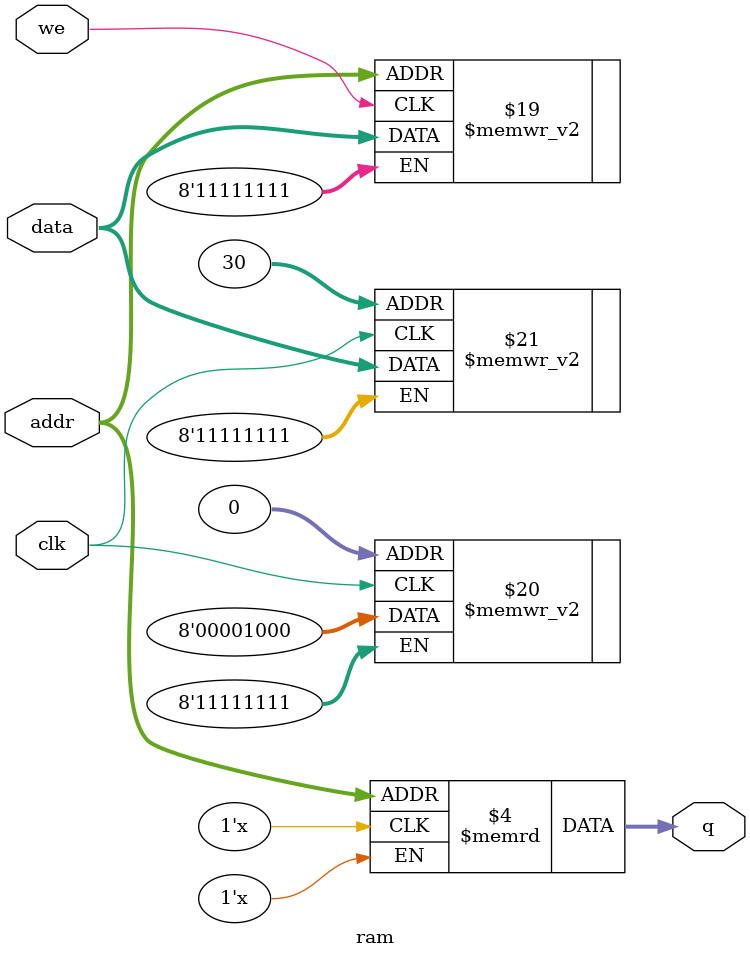
<source format=v>
module ram
(
input [7:0] data,
input [5:0] addr,
input we, clk,
output [7:0] q
);
reg [7:0] ram[63:0];
// when we is high, write data to ram at address addr
// assign the ram value at address addr to q
// read q back out of ram at address addr (branch addr=0)
assign q =ram[addr];
always @ (posedge clk)
begin
ram[0] = 8'd8;
ram[30] = data; 
end
always @ (posedge we)
begin
ram[addr] = data;
end
endmodule

</source>
